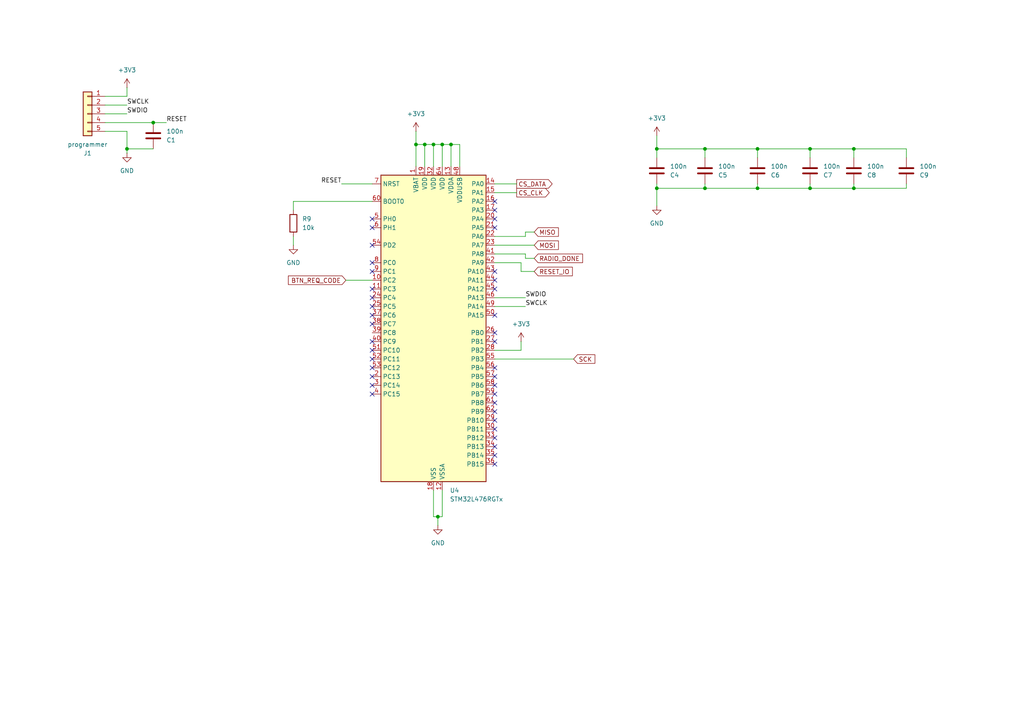
<source format=kicad_sch>
(kicad_sch (version 20231120) (generator "eeschema") (generator_version "8.0")
  (paper "A4")
  (title_block (title "Dock") (date "2024-07-20"))
  (lib_symbols
    (symbol "Connector_Generic:Conn_01x05" (pin_names (offset 1.016) hide)
      (property "Reference" "J" (at 0 7.62 0))
      (property "Value" "Conn_01x05" (at 0 -7.62 0))
      (symbol "Conn_01x05_1_1"
        (rectangle (start -1.27 -4.953) (end 0 -5.207) (stroke (width 0.1524)))
        (rectangle (start -1.27 -2.413) (end 0 -2.667) (stroke (width 0.1524)))
        (rectangle (start -1.27 0.127) (end 0 -0.127) (stroke (width 0.1524)))
        (rectangle (start -1.27 2.667) (end 0 2.413) (stroke (width 0.1524)))
        (rectangle (start -1.27 5.207) (end 0 4.953) (stroke (width 0.1524)))
        (rectangle (start -1.27 6.35) (end 1.27 -6.35) (stroke (width 0.254)) (fill (type background)))
        (pin passive line (at -5.08 5.08 0) (length 3.81) (name "Pin_1") (number "1"))
        (pin passive line (at -5.08 2.54 0) (length 3.81) (name "Pin_2") (number "2"))
        (pin passive line (at -5.08 0 0) (length 3.81) (name "Pin_3") (number "3"))
        (pin passive line (at -5.08 -2.54 0) (length 3.81) (name "Pin_4") (number "4"))
        (pin passive line (at -5.08 -5.08 0) (length 3.81) (name "Pin_5") (number "5"))
      )
    )
    (symbol "Device:C" (pin_numbers hide) (pin_names (offset 0.254))
      (property "Reference" "C" (at 0.635 2.54 0))
      (property "Value" "C" (at 0.635 -2.54 0))
      (symbol "C_0_1"
        (polyline (pts (xy -2.032 -0.762) (xy 2.032 -0.762)) (stroke (width 0.508)))
        (polyline (pts (xy -2.032 0.762) (xy 2.032 0.762)) (stroke (width 0.508)))
      )
      (symbol "C_1_1"
        (pin passive line (at 0 3.81 270) (length 2.794) (name "~") (number "1"))
        (pin passive line (at 0 -3.81 90) (length 2.794) (name "~") (number "2"))
      )
    )
    (symbol "Device:R" (pin_numbers hide) (pin_names (offset 0))
      (property "Reference" "R" (at 2.032 0 90))
      (property "Value" "R" (at 0 0 90))
      (symbol "R_0_1"
        (rectangle (start -1.016 -2.54) (end 1.016 2.54) (stroke (width 0.254)))
      )
      (symbol "R_1_1"
        (pin passive line (at 0 3.81 270) (length 1.27) (name "~") (number "1"))
        (pin passive line (at 0 -3.81 90) (length 1.27) (name "~") (number "2"))
      )
    )
    (symbol "MCU_ST_STM32L4:STM32L476RGTx"
      (property "Reference" "U" (at -15.24 46.99 0))
      (property "Value" "STM32L476RGTx" (at 10.16 46.99 0))
      (symbol "STM32L476RGTx_0_1"
        (rectangle (start -15.24 -43.18) (end 15.24 45.72) (stroke (width 0.254)) (fill (type background)))
      )
      (symbol "STM32L476RGTx_1_1"
        (pin power_in line (at -5.08 48.26 270) (length 2.54) (name "VBAT") (number "1"))
        (pin bidirectional line (at -17.78 15.24 0) (length 2.54) (name "PC2") (number "10"))
        (pin bidirectional line (at -17.78 12.7 0) (length 2.54) (name "PC3") (number "11"))
        (pin power_in line (at 2.54 -45.72 90) (length 2.54) (name "VSSA") (number "12"))
        (pin power_in line (at 5.08 48.26 270) (length 2.54) (name "VDDA") (number "13"))
        (pin bidirectional line (at 17.78 43.18 180) (length 2.54) (name "PA0") (number "14"))
        (pin bidirectional line (at 17.78 40.64 180) (length 2.54) (name "PA1") (number "15"))
        (pin bidirectional line (at 17.78 38.1 180) (length 2.54) (name "PA2") (number "16"))
        (pin bidirectional line (at 17.78 35.56 180) (length 2.54) (name "PA3") (number "17"))
        (pin power_in line (at 0 -45.72 90) (length 2.54) (name "VSS") (number "18"))
        (pin power_in line (at -2.54 48.26 270) (length 2.54) (name "VDD") (number "19"))
        (pin bidirectional line (at -17.78 -12.7 0) (length 2.54) (name "PC13") (number "2"))
        (pin bidirectional line (at 17.78 33.02 180) (length 2.54) (name "PA4") (number "20"))
        (pin bidirectional line (at 17.78 30.48 180) (length 2.54) (name "PA5") (number "21"))
        (pin bidirectional line (at 17.78 27.94 180) (length 2.54) (name "PA6") (number "22"))
        (pin bidirectional line (at 17.78 25.4 180) (length 2.54) (name "PA7") (number "23"))
        (pin bidirectional line (at -17.78 10.16 0) (length 2.54) (name "PC4") (number "24"))
        (pin bidirectional line (at -17.78 7.62 0) (length 2.54) (name "PC5") (number "25"))
        (pin bidirectional line (at 17.78 0 180) (length 2.54) (name "PB0") (number "26"))
        (pin bidirectional line (at 17.78 -2.54 180) (length 2.54) (name "PB1") (number "27"))
        (pin bidirectional line (at 17.78 -5.08 180) (length 2.54) (name "PB2") (number "28"))
        (pin bidirectional line (at 17.78 -25.4 180) (length 2.54) (name "PB10") (number "29"))
        (pin bidirectional line (at -17.78 -15.24 0) (length 2.54) (name "PC14") (number "3"))
        (pin bidirectional line (at 17.78 -27.94 180) (length 2.54) (name "PB11") (number "30"))
        (pin passive line (at 0 -45.72 90) (length 2.54) hide (name "VSS") (number "31"))
        (pin power_in line (at 0 48.26 270) (length 2.54) (name "VDD") (number "32"))
        (pin bidirectional line (at 17.78 -30.48 180) (length 2.54) (name "PB12") (number "33"))
        (pin bidirectional line (at 17.78 -33.02 180) (length 2.54) (name "PB13") (number "34"))
        (pin bidirectional line (at 17.78 -35.56 180) (length 2.54) (name "PB14") (number "35"))
        (pin bidirectional line (at 17.78 -38.1 180) (length 2.54) (name "PB15") (number "36"))
        (pin bidirectional line (at -17.78 5.08 0) (length 2.54) (name "PC6") (number "37"))
        (pin bidirectional line (at -17.78 2.54 0) (length 2.54) (name "PC7") (number "38"))
        (pin bidirectional line (at -17.78 0 0) (length 2.54) (name "PC8") (number "39"))
        (pin bidirectional line (at -17.78 -17.78 0) (length 2.54) (name "PC15") (number "4"))
        (pin bidirectional line (at -17.78 -2.54 0) (length 2.54) (name "PC9") (number "40"))
        (pin bidirectional line (at 17.78 22.86 180) (length 2.54) (name "PA8") (number "41"))
        (pin bidirectional line (at 17.78 20.32 180) (length 2.54) (name "PA9") (number "42"))
        (pin bidirectional line (at 17.78 17.78 180) (length 2.54) (name "PA10") (number "43"))
        (pin bidirectional line (at 17.78 15.24 180) (length 2.54) (name "PA11") (number "44"))
        (pin bidirectional line (at 17.78 12.7 180) (length 2.54) (name "PA12") (number "45"))
        (pin bidirectional line (at 17.78 10.16 180) (length 2.54) (name "PA13") (number "46"))
        (pin passive line (at 0 -45.72 90) (length 2.54) hide (name "VSS") (number "47"))
        (pin power_in line (at 7.62 48.26 270) (length 2.54) (name "VDDUSB") (number "48"))
        (pin bidirectional line (at 17.78 7.62 180) (length 2.54) (name "PA14") (number "49"))
        (pin bidirectional line (at -17.78 33.02 0) (length 2.54) (name "PH0") (number "5"))
        (pin bidirectional line (at 17.78 5.08 180) (length 2.54) (name "PA15") (number "50"))
        (pin bidirectional line (at -17.78 -5.08 0) (length 2.54) (name "PC10") (number "51"))
        (pin bidirectional line (at -17.78 -7.62 0) (length 2.54) (name "PC11") (number "52"))
        (pin bidirectional line (at -17.78 -10.16 0) (length 2.54) (name "PC12") (number "53"))
        (pin bidirectional line (at -17.78 25.4 0) (length 2.54) (name "PD2") (number "54"))
        (pin bidirectional line (at 17.78 -7.62 180) (length 2.54) (name "PB3") (number "55"))
        (pin bidirectional line (at 17.78 -10.16 180) (length 2.54) (name "PB4") (number "56"))
        (pin bidirectional line (at 17.78 -12.7 180) (length 2.54) (name "PB5") (number "57"))
        (pin bidirectional line (at 17.78 -15.24 180) (length 2.54) (name "PB6") (number "58"))
        (pin bidirectional line (at 17.78 -17.78 180) (length 2.54) (name "PB7") (number "59"))
        (pin bidirectional line (at -17.78 30.48 0) (length 2.54) (name "PH1") (number "6"))
        (pin input line (at -17.78 38.1 0) (length 2.54) (name "BOOT0") (number "60"))
        (pin bidirectional line (at 17.78 -20.32 180) (length 2.54) (name "PB8") (number "61"))
        (pin bidirectional line (at 17.78 -22.86 180) (length 2.54) (name "PB9") (number "62"))
        (pin passive line (at 0 -45.72 90) (length 2.54) hide (name "VSS") (number "63"))
        (pin power_in line (at 2.54 48.26 270) (length 2.54) (name "VDD") (number "64"))
        (pin input line (at -17.78 43.18 0) (length 2.54) (name "NRST") (number "7"))
        (pin bidirectional line (at -17.78 20.32 0) (length 2.54) (name "PC0") (number "8"))
        (pin bidirectional line (at -17.78 17.78 0) (length 2.54) (name "PC1") (number "9"))
      )
    )
    (symbol "power:+3V3" (power) (pin_numbers hide) (pin_names (offset 0) hide)
      (property "Value" "+3V3" (at 0 3.556 0))
      (symbol "+3V3_0_1"
        (polyline (pts (xy -0.762 1.27) (xy 0 2.54)))
        (polyline (pts (xy 0 0) (xy 0 2.54)))
        (polyline (pts (xy 0 2.54) (xy 0.762 1.27)))
      )
      (symbol "+3V3_1_1"
        (pin power_in line (at 0 0 90) (length 0) (name "~") (number "1"))
      )
    )
    (symbol "power:GND" (power) (pin_numbers hide) (pin_names (offset 0) hide)
      (property "Value" "GND" (at 0 -3.81 0))
      (symbol "GND_0_1"
        (polyline (pts (xy 0 0) (xy 0 -1.27) (xy 1.27 -1.27) (xy 0 -2.54) (xy -1.27 -1.27) (xy 0 -1.27)))
      )
      (symbol "GND_1_1"
        (pin power_in line (at 0 0 270) (length 0) (name "~") (number "1"))
      )
    )
  )
  (junction (at 234.95 43.18))
  (junction (at 125.73 41.91))
  (junction (at 219.71 54.61))
  (junction (at 204.47 54.61))
  (junction (at 44.45 35.56))
  (junction (at 234.95 54.61))
  (junction (at 219.71 43.18))
  (junction (at 190.5 54.61))
  (junction (at 128.27 41.91))
  (junction (at 120.65 41.91))
  (junction (at 247.65 54.61))
  (junction (at 204.47 43.18))
  (junction (at 127 149.86))
  (junction (at 36.83 43.18))
  (junction (at 130.81 41.91))
  (junction (at 190.5 43.18))
  (junction (at 123.19 41.91))
  (junction (at 247.65 43.18))
  (no_connect (at 143.51 83.82))
  (no_connect (at 143.51 132.08))
  (no_connect (at 143.51 91.44))
  (no_connect (at 143.51 78.74))
  (no_connect (at 107.95 114.3))
  (no_connect (at 143.51 116.84))
  (no_connect (at 143.51 124.46))
  (no_connect (at 143.51 96.52))
  (no_connect (at 107.95 104.14))
  (no_connect (at 107.95 88.9))
  (no_connect (at 143.51 81.28))
  (no_connect (at 143.51 106.68))
  (no_connect (at 107.95 106.68))
  (no_connect (at 143.51 60.96))
  (no_connect (at 107.95 66.04))
  (no_connect (at 143.51 63.5))
  (no_connect (at 107.95 101.6))
  (no_connect (at 143.51 109.22))
  (no_connect (at 107.95 109.22))
  (no_connect (at 143.51 114.3))
  (no_connect (at 107.95 78.74))
  (no_connect (at 107.95 71.12))
  (no_connect (at 143.51 66.04))
  (no_connect (at 143.51 121.92))
  (no_connect (at 143.51 134.62))
  (no_connect (at 107.95 76.2))
  (no_connect (at 143.51 111.76))
  (no_connect (at 143.51 99.06))
  (no_connect (at 107.95 99.06))
  (no_connect (at 143.51 127))
  (no_connect (at 107.95 91.44))
  (no_connect (at 143.51 129.54))
  (no_connect (at 143.51 58.42))
  (no_connect (at 107.95 83.82))
  (no_connect (at 143.51 119.38))
  (no_connect (at 107.95 111.76))
  (no_connect (at 107.95 86.36))
  (no_connect (at 107.95 93.98))
  (no_connect (at 107.95 63.5))
  (wire (pts (xy 120.65 48.26) (xy 120.65 41.91)))
  (wire (pts (xy 85.09 58.42) (xy 107.95 58.42)))
  (wire (pts (xy 44.45 35.56) (xy 48.26 35.56)))
  (wire (pts (xy 130.81 48.26) (xy 130.81 41.91)))
  (wire (pts (xy 125.73 142.24) (xy 125.73 149.86)))
  (wire (pts (xy 190.5 43.18) (xy 204.47 43.18)))
  (wire (pts (xy 262.89 53.34) (xy 262.89 54.61)))
  (wire (pts (xy 151.13 101.6) (xy 151.13 99.06)))
  (wire (pts (xy 204.47 43.18) (xy 219.71 43.18)))
  (wire (pts (xy 127 149.86) (xy 128.27 149.86)))
  (wire (pts (xy 219.71 53.34) (xy 219.71 54.61)))
  (wire (pts (xy 30.48 27.94) (xy 36.83 27.94)))
  (wire (pts (xy 190.5 39.37) (xy 190.5 43.18)))
  (wire (pts (xy 190.5 54.61) (xy 190.5 59.69)))
  (wire (pts (xy 219.71 43.18) (xy 219.71 45.72)))
  (wire (pts (xy 219.71 54.61) (xy 204.47 54.61)))
  (wire (pts (xy 143.51 53.34) (xy 149.86 53.34)))
  (wire (pts (xy 85.09 58.42) (xy 85.09 60.96)))
  (wire (pts (xy 128.27 48.26) (xy 128.27 41.91)))
  (wire (pts (xy 151.13 76.2) (xy 151.13 78.74)))
  (wire (pts (xy 151.13 78.74) (xy 154.94 78.74)))
  (wire (pts (xy 204.47 43.18) (xy 204.47 45.72)))
  (wire (pts (xy 36.83 43.18) (xy 44.45 43.18)))
  (wire (pts (xy 127 152.4) (xy 127 149.86)))
  (wire (pts (xy 36.83 25.4) (xy 36.83 27.94)))
  (wire (pts (xy 234.95 54.61) (xy 219.71 54.61)))
  (wire (pts (xy 204.47 54.61) (xy 190.5 54.61)))
  (wire (pts (xy 143.51 76.2) (xy 151.13 76.2)))
  (wire (pts (xy 143.51 104.14) (xy 166.37 104.14)))
  (wire (pts (xy 130.81 41.91) (xy 128.27 41.91)))
  (wire (pts (xy 30.48 33.02) (xy 36.83 33.02)))
  (wire (pts (xy 190.5 43.18) (xy 190.5 45.72)))
  (wire (pts (xy 30.48 35.56) (xy 44.45 35.56)))
  (wire (pts (xy 36.83 38.1) (xy 36.83 43.18)))
  (wire (pts (xy 152.4 68.58) (xy 152.4 67.31)))
  (wire (pts (xy 262.89 54.61) (xy 247.65 54.61)))
  (wire (pts (xy 262.89 43.18) (xy 262.89 45.72)))
  (wire (pts (xy 234.95 54.61) (xy 247.65 54.61)))
  (wire (pts (xy 143.51 55.88) (xy 149.86 55.88)))
  (wire (pts (xy 120.65 41.91) (xy 123.19 41.91)))
  (wire (pts (xy 152.4 67.31) (xy 154.94 67.31)))
  (wire (pts (xy 247.65 53.34) (xy 247.65 54.61)))
  (wire (pts (xy 128.27 149.86) (xy 128.27 142.24)))
  (wire (pts (xy 30.48 38.1) (xy 36.83 38.1)))
  (wire (pts (xy 234.95 43.18) (xy 234.95 45.72)))
  (wire (pts (xy 123.19 41.91) (xy 123.19 48.26)))
  (wire (pts (xy 128.27 41.91) (xy 125.73 41.91)))
  (wire (pts (xy 36.83 43.18) (xy 36.83 44.45)))
  (wire (pts (xy 143.51 68.58) (xy 152.4 68.58)))
  (wire (pts (xy 125.73 149.86) (xy 127 149.86)))
  (wire (pts (xy 125.73 41.91) (xy 123.19 41.91)))
  (wire (pts (xy 125.73 48.26) (xy 125.73 41.91)))
  (wire (pts (xy 85.09 68.58) (xy 85.09 71.12)))
  (wire (pts (xy 100.33 81.28) (xy 107.95 81.28)))
  (wire (pts (xy 190.5 54.61) (xy 190.5 53.34)))
  (wire (pts (xy 120.65 38.1) (xy 120.65 41.91)))
  (wire (pts (xy 133.35 48.26) (xy 133.35 41.91)))
  (wire (pts (xy 143.51 73.66) (xy 152.4 73.66)))
  (wire (pts (xy 143.51 86.36) (xy 152.4 86.36)))
  (wire (pts (xy 219.71 43.18) (xy 234.95 43.18)))
  (wire (pts (xy 143.51 101.6) (xy 151.13 101.6)))
  (wire (pts (xy 143.51 88.9) (xy 152.4 88.9)))
  (wire (pts (xy 143.51 71.12) (xy 154.94 71.12)))
  (wire (pts (xy 234.95 43.18) (xy 247.65 43.18)))
  (wire (pts (xy 247.65 43.18) (xy 262.89 43.18)))
  (wire (pts (xy 133.35 41.91) (xy 130.81 41.91)))
  (wire (pts (xy 247.65 43.18) (xy 247.65 45.72)))
  (wire (pts (xy 99.06 53.34) (xy 107.95 53.34)))
  (wire (pts (xy 204.47 54.61) (xy 204.47 53.34)))
  (wire (pts (xy 30.48 30.48) (xy 36.83 30.48)))
  (wire (pts (xy 152.4 73.66) (xy 152.4 74.93)))
  (wire (pts (xy 234.95 53.34) (xy 234.95 54.61)))
  (wire (pts (xy 152.4 74.93) (xy 154.94 74.93)))
  (label "RESET" (at 48.26 35.56 0))
  (label "SWCLK" (at 152.4 88.9 0))
  (label "SWCLK" (at 36.83 30.48 0))
  (label "SWDIO" (at 152.4 86.36 0))
  (label "SWDIO" (at 36.83 33.02 0))
  (label "RESET" (at 99.06 53.34 180))
  (global_label "MOSI" (shape input) (at 154.94 71.12 0) (property "Intersheetrefs" "${INTERSHEET_REFS}" (effects (hide yes))))
  (global_label "RESET_IO" (shape input) (at 154.94 78.74 0) (property "Intersheetrefs" "${INTERSHEET_REFS}" (effects (hide yes))))
  (global_label "MISO" (shape input) (at 154.94 67.31 0) (property "Intersheetrefs" "${INTERSHEET_REFS}" (effects (hide yes))))
  (global_label "RADIO_DONE" (shape input) (at 154.94 74.93 0) (property "Intersheetrefs" "${INTERSHEET_REFS}" (effects (hide yes))))
  (global_label "SCK" (shape input) (at 166.37 104.14 0) (property "Intersheetrefs" "${INTERSHEET_REFS}" (effects (hide yes))))
  (global_label "CS_DATA" (shape output) (at 149.86 53.34 0) (property "Intersheetrefs" "${INTERSHEET_REFS}" (effects (hide yes))))
  (global_label "CS_CLK" (shape output) (at 149.86 55.88 0) (property "Intersheetrefs" "${INTERSHEET_REFS}" (effects (hide yes))))
  (global_label "BTN_REQ_CODE" (shape input) (at 100.33 81.28 180) (property "Intersheetrefs" "${INTERSHEET_REFS}" (effects (hide yes))))
  (symbol (lib_id "power:GND") (at 190.5 59.69 0) (unit 1)
    (property "Reference" "#PWR020" (effects (hide yes)))
    (property "Value" "GND" (at 190.5 64.77 0))
    (property "Description" "Power symbol creates a global label with name \"GND\" , ground" (effects (hide yes)))
  )
  (symbol (lib_id "Device:C") (at 204.47 49.53 0) (mirror x) (unit 1)
    (property "Reference" "C5" (at 208.28 50.8001 0) (effects (justify left)))
    (property "Value" "100n" (at 208.28 48.2601 0) (effects (justify left)))
    (property "Footprint" "Capacitor_SMD:C_0805_2012Metric_Pad1.18x1.45mm_HandSolder" (effects (hide yes)))
    (property "Description" "Unpolarized capacitor" (effects (hide yes)))
  )
  (symbol (lib_id "power:GND") (at 85.09 71.12 0) (unit 1)
    (property "Reference" "#PWR03" (effects (hide yes)))
    (property "Value" "GND" (at 85.09 76.2 0))
    (property "Description" "Power symbol creates a global label with name \"GND\" , ground" (effects (hide yes)))
  )
  (symbol (lib_id "Connector_Generic:Conn_01x05") (at 25.4 33.02 0) (mirror y) (unit 1)
    (property "Reference" "J1" (at 25.4 44.45 0))
    (property "Value" "programmer" (at 25.4 41.91 0))
    (property "Footprint" "Connector_PinSocket_2.54mm:PinSocket_1x05_P2.54mm_Vertical" (effects (hide yes)))
    (property "Description" "Generic connector, single row, 01x05, script generated (kicad-library-utils/schlib/autogen/connector/)" (effects (hide yes)))
  )
  (symbol (lib_id "power:GND") (at 36.83 44.45 0) (mirror y) (unit 1)
    (property "Reference" "#PWR02" (effects (hide yes)))
    (property "Value" "GND" (at 36.83 49.53 0))
    (property "Description" "Power symbol creates a global label with name \"GND\" , ground" (effects (hide yes)))
  )
  (symbol (lib_id "Device:R") (at 85.09 64.77 0) (unit 1)
    (property "Reference" "R9" (at 87.63 63.4999 0) (effects (justify left)))
    (property "Value" "10k" (at 87.63 66.0399 0) (effects (justify left)))
    (property "Footprint" "Resistor_SMD:R_0805_2012Metric_Pad1.20x1.40mm_HandSolder" (effects (hide yes)))
    (property "Description" "Resistor" (effects (hide yes)))
  )
  (symbol (lib_id "power:+3V3") (at 190.5 39.37 0) (unit 1)
    (property "Reference" "#PWR019" (effects (hide yes)))
    (property "Value" "+3V3" (at 190.5 34.29 0))
    (property "Description" "Power symbol creates a global label with name \"+3V3\"" (effects (hide yes)))
  )
  (symbol (lib_id "Device:C") (at 247.65 49.53 0) (mirror x) (unit 1)
    (property "Reference" "C8" (at 251.46 50.8001 0) (effects (justify left)))
    (property "Value" "100n" (at 251.46 48.2601 0) (effects (justify left)))
    (property "Footprint" "Capacitor_SMD:C_0805_2012Metric_Pad1.18x1.45mm_HandSolder" (effects (hide yes)))
    (property "Description" "Unpolarized capacitor" (effects (hide yes)))
  )
  (symbol (lib_id "power:+3V3") (at 36.83 25.4 0) (mirror y) (unit 1)
    (property "Reference" "#PWR01" (effects (hide yes)))
    (property "Value" "+3V3" (at 36.83 20.32 0))
    (property "Description" "Power symbol creates a global label with name \"+3V3\"" (effects (hide yes)))
  )
  (symbol (lib_id "power:+3V3") (at 120.65 38.1 0) (unit 1)
    (property "Reference" "#PWR05" (effects (hide yes)))
    (property "Value" "+3V3" (at 120.65 33.02 0))
    (property "Description" "Power symbol creates a global label with name \"+3V3\"" (effects (hide yes)))
  )
  (symbol (lib_id "Device:C") (at 44.45 39.37 0) (mirror x) (unit 1)
    (property "Reference" "C1" (at 48.26 40.6401 0) (effects (justify left)))
    (property "Value" "100n" (at 48.26 38.1001 0) (effects (justify left)))
    (property "Footprint" "Capacitor_SMD:C_0805_2012Metric_Pad1.18x1.45mm_HandSolder" (effects (hide yes)))
    (property "Description" "Unpolarized capacitor" (effects (hide yes)))
  )
  (symbol (lib_id "Device:C") (at 234.95 49.53 0) (mirror x) (unit 1)
    (property "Reference" "C7" (at 238.76 50.8001 0) (effects (justify left)))
    (property "Value" "100n" (at 238.76 48.2601 0) (effects (justify left)))
    (property "Footprint" "Capacitor_SMD:C_0805_2012Metric_Pad1.18x1.45mm_HandSolder" (effects (hide yes)))
    (property "Description" "Unpolarized capacitor" (effects (hide yes)))
  )
  (symbol (lib_id "power:+3V3") (at 151.13 99.06 0) (unit 1)
    (property "Reference" "#PWR04" (effects (hide yes)))
    (property "Value" "+3V3" (at 151.13 93.98 0))
    (property "Description" "Power symbol creates a global label with name \"+3V3\"" (effects (hide yes)))
  )
  (symbol (lib_id "Device:C") (at 219.71 49.53 0) (mirror x) (unit 1)
    (property "Reference" "C6" (at 223.52 50.8001 0) (effects (justify left)))
    (property "Value" "100n" (at 223.52 48.2601 0) (effects (justify left)))
    (property "Footprint" "Capacitor_SMD:C_0805_2012Metric_Pad1.18x1.45mm_HandSolder" (effects (hide yes)))
    (property "Description" "Unpolarized capacitor" (effects (hide yes)))
  )
  (symbol (lib_id "power:GND") (at 127 152.4 0) (unit 1)
    (property "Reference" "#PWR06" (effects (hide yes)))
    (property "Value" "GND" (at 127 157.48 0))
    (property "Description" "Power symbol creates a global label with name \"GND\" , ground" (effects (hide yes)))
  )
  (symbol (lib_id "Device:C") (at 262.89 49.53 0) (mirror x) (unit 1)
    (property "Reference" "C9" (at 266.7 50.8001 0) (effects (justify left)))
    (property "Value" "100n" (at 266.7 48.2601 0) (effects (justify left)))
    (property "Footprint" "Capacitor_SMD:C_0805_2012Metric_Pad1.18x1.45mm_HandSolder" (effects (hide yes)))
    (property "Description" "Unpolarized capacitor" (effects (hide yes)))
  )
  (symbol (lib_id "MCU_ST_STM32L4:STM32L476RGTx") (at 125.73 96.52 0) (unit 1)
    (property "Reference" "U4" (at 130.4641 142.24 0) (effects (justify left)))
    (property "Value" "STM32L476RGTx" (at 130.4641 144.78 0) (effects (justify left)))
    (property "Footprint" "Package_QFP:LQFP-64_10x10mm_P0.5mm" (effects (hide yes)))
    (property "Datasheet" "https://www.st.com/resource/en/datasheet/stm32l476rg.pdf" (effects (hide yes)))
    (property "Description" "STMicroelectronics Arm Cortex-M4 MCU, 1024KB flash, 128KB RAM, 80 MHz, 1.71-3.6V, 51 GPIO, LQFP64" (effects (hide yes)))
  )
  (symbol (lib_id "Device:C") (at 190.5 49.53 0) (mirror x) (unit 1)
    (property "Reference" "C4" (at 194.31 50.8001 0) (effects (justify left)))
    (property "Value" "100n" (at 194.31 48.2601 0) (effects (justify left)))
    (property "Footprint" "Capacitor_SMD:C_0805_2012Metric_Pad1.18x1.45mm_HandSolder" (effects (hide yes)))
    (property "Description" "Unpolarized capacitor" (effects (hide yes)))
  )
)
</source>
